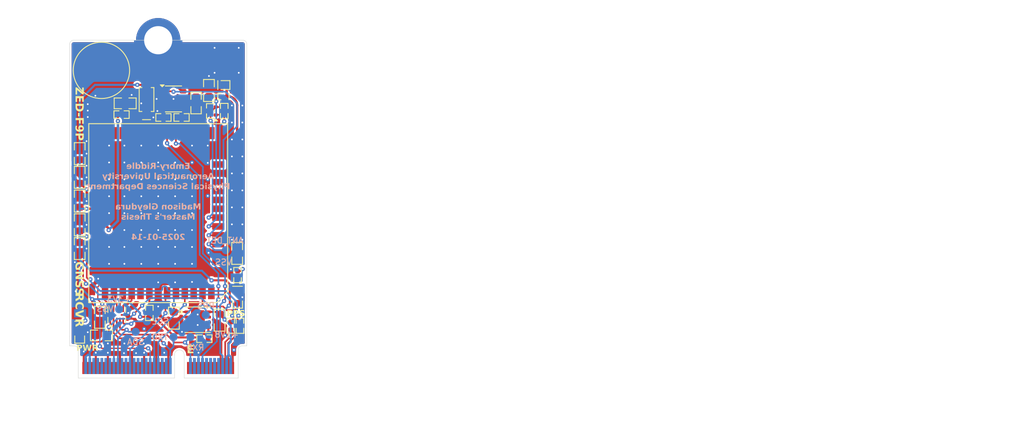
<source format=kicad_pcb>
(kicad_pcb (version 20241229) (generator "pcbnew") (generator_version "9.0")
  (title_block (title "U-bolx ZED-F9P M.2 E-Key") (date "2025-01-14") (comment 2 "PROTOTYPE") (comment 3 "2024"))
  (layers (0 "F.Cu" signal) (4 "In1.Cu" signal) (6 "In2.Cu" signal) (2 "B.Cu" signal) (13 "F.Paste" user) (15 "B.Paste" user) (5 "F.SilkS" user "F.Silkscreen") (7 "B.SilkS" user "B.Silkscreen") (1 "F.Mask" user) (3 "B.Mask" user) (25 "Edge.Cuts" user))
  (net 0 "")
  (net 1 "VSS")
  (net 2 "/ANT_IN")
  (net 3 "VBAT")
  (net 4 "+3V3")
  (net 5 "+1V8")
  (net 6 "/RF_IN")
  (net 7 "/ANT_SHORT_N")
  (net 8 "/HOST_D+")
  (net 9 "/HOST_D-")
  (net 10 "Net-(D2-Pad2)")
  (net 13 "/TX_RDY")
  (net 19 "/ZED_RXD_1V8")
  (net 25 "/SDA_1V8")
  (net 44 "/RESET_N")
  (net 45 "/PPS")
  (net 50 "/RTK_STAT")
  (net 52 "/ZED_TXD_1V8")
  (net 58 "/GEOFENCE_STAT")
  (net 59 "/SCL_1V8")
  (net 60 "/ANT_OFF")
  (net 61 "/ZED_D+")
  (net 62 "/ZED_D-")
  (net 63 "/ANT_DET")
  (net 65 "VCC_RF")
  (net 66 "Net-(Q1-Pad3)")
  (net 68 "/ZED_TXD_3V3")
  (net 69 "/SDA_3V3")
  (net 70 "Net-(U3-D_SEL)")
  (net 71 "Net-(U4-+)")
  (net 78 "/ZED_RXD_3V3")
  (net 88 "/SCL_3V3")
  (net 96 "Net-(U1-EN)")
  (net 100 "/EXTINT")
  (net 101 "Net-(JP2-Pad1)")
  (net 103 "Net-(D1-Pad2)")
  (net 104 "Net-(D4-Pad2)")
  (footprint "lib_fp:MLCC0603" (layer "F.Cu") (at 135.9 85.85)
    (property "Reference" "C9" (hide yes))
    (property "Value" "2.2uF" (hide yes))
  )
  (footprint "lib_fp:CRCW0402" (layer "F.Cu") (at 140.65 87.6 180)
    (property "Reference" "R12" (hide yes))
    (property "Value" "100K" (hide yes))
  )
  (footprint "lib_fp:SOT23-5P95_280X300X110L40X38N" (layer "F.Cu") (at 141.9 85.3 -90)
    (property "Reference" "U4" (hide yes))
    (property "Value" "OPA344" (hide yes))
  )
  (footprint "lib_fp:LTST-0603" (layer "F.Cu") (at 130.25 114.3 -90)
    (property "Reference" "D1" (hide yes))
    (property "Value" "LTST-C190KYKT" (hide yes))
  )
  (footprint "lib_fp:CRCW0402" (layer "F.Cu") (at 149 113.5 90)
    (property "Reference" "R9" (hide yes))
    (property "Value" "27R" (hide yes))
  )
  (footprint "lib_fp:MLCC0603" (layer "F.Cu") (at 147.625 112.8 -90)
    (property "Reference" "C1" (hide yes))
    (property "Value" "2.2uF" (hide yes))
  )
  (footprint "lib_fp:RUT0012A" (layer "F.Cu") (at 134.85 112.15 90)
    (property "Reference" "U2" (hide yes))
    (property "Value" "TXS0104VxRUTR" (hide yes))
  )
  (footprint "lib_fp:CRCW0402" (layer "F.Cu") (at 135.45 87.25 180)
    (property "Reference" "R4" (hide yes))
    (property "Value" "3K3" (hide yes))
  )
  (footprint "lib_fp:CRCW0402" (layer "F.Cu") (at 138.9 111.9 90)
    (property "Reference" "R11" (hide yes))
    (property "Value" "10K" (hide yes))
  )
  (footprint "lib_fp:MLCC0603" (layer "F.Cu") (at 130.25 98 90)
    (property "Reference" "C6" (hide yes))
    (property "Value" "100nF" (hide yes))
  )
  (footprint "lib_fp:MLCC0603" (layer "F.Cu") (at 130.25 92.1 90)
    (property "Reference" "C4" (hide yes))
    (property "Value" "1uF" (hide yes))
  )
  (footprint "lib_fp:M.2 E-Key" (layer "F.Cu") (at 140 120)
    (property "Reference" "J2" (hide yes))
    (property "Value" "M.2_E_Key_PCB_Edge" (hide yes))
    (fp_line (start -11 -4) (end -11 -5.2) (stroke (width 0.05)) (layer "Edge.Cuts"))
    (fp_line (start -11 -4) (end -10.425 -4) (stroke (width 0.05)) (layer "Edge.Cuts"))
    (fp_line (start -9.925 0) (end -9.925 -3.5) (stroke (width 0.05)) (layer "Edge.Cuts"))
    (fp_line (start 2.025 -2.9) (end 2.025 0) (stroke (width 0.05)) (layer "Edge.Cuts"))
    (fp_line (start 2.025 0) (end -9.925 0) (stroke (width 0.05)) (layer "Edge.Cuts"))
    (fp_line (start 3.225 -2.9) (end 3.225 0) (stroke (width 0.05)) (layer "Edge.Cuts"))
    (fp_line (start 9.925 0) (end 3.225 0) (stroke (width 0.05)) (layer "Edge.Cuts"))
    (fp_line (start 9.925 0) (end 9.925 -3.5) (stroke (width 0.05)) (layer "Edge.Cuts"))
    (fp_line (start 10.425 -4) (end 11 -4) (stroke (width 0.05)) (layer "Edge.Cuts"))
    (fp_line (start 11 -4) (end 11 -5.2) (stroke (width 0.05)) (layer "Edge.Cuts"))
    (fp_arc (start -10.425 -4) (mid -10.071447 -3.853553) (end -9.925 -3.5) (stroke (width 0.05)) (layer "Edge.Cuts"))
    (fp_arc (start 2.025 -2.9) (mid 2.625 -3.5) (end 3.225 -2.9) (stroke (width 0.05)) (layer "Edge.Cuts"))
    (fp_arc (start 9.925 -3.5) (mid 10.071447 -3.853553) (end 10.425 -4) (stroke (width 0.05)) (layer "Edge.Cuts"))
  )
  (footprint "lib_fp:LTST-0603" (layer "F.Cu") (at 149.85 109.95 -90)
    (property "Reference" "D4" (hide yes))
    (property "Value" "LTST-C190KRKT" (hide yes))
  )
  (footprint "lib_fp:ZED-F9P-04B_UBL" (layer "F.Cu") (at 140 99.5 180)
    (property "Reference" "U3" (hide yes))
    (property "Value" "ZED-F9P" (hide yes))
  )
  (footprint "lib_fp:CRCW0402" (layer "F.Cu") (at 148.2 86.8 -90)
    (property "Reference" "R8" (hide yes))
    (property "Value" "10K" (hide yes))
  )
  (footprint "lib_fp:MLCC0603" (layer "F.Cu") (at 130.25 103.9 -90)
    (property "Reference" "C8" (hide yes))
    (property "Value" "100nF" (hide yes))
  )
  (footprint "lib_fp:MLCC0603" (layer "F.Cu") (at 130.25 100.95 90)
    (property "Reference" "C7" (hide yes))
    (property "Value" "1uF" (hide yes))
  )
  (footprint "lib_fp:UDFN8P65_300X300X60L25X45L" (layer "F.Cu") (at 144.9 112.75)
    (property "Reference" "U1" (hide yes))
    (property "Value" "AP7361E" (hide yes))
  )
  (footprint "lib_fp:SOD123" (layer "F.Cu") (at 138.55 85.375 90)
    (property "Reference" "D2" (hide yes))
    (property "Value" "B0540WQ" (hide yes))
  )
  (footprint "lib_fp:MLCC0603" (layer "F.Cu") (at 130.25 95.05 90)
    (property "Reference" "C5" (hide yes))
    (property "Value" "100nF" (hide yes))
  )
  (footprint "lib_fp:CRCW0402" (layer "F.Cu") (at 149.85 107.2 -90)
    (property "Reference" "R6" (hide yes))
    (property "Value" "100R" (hide yes))
  )
  (footprint "lib_fp:CRCW0402" (layer "F.Cu") (at 145.735 115.1)
    (property "Reference" "R1" (hide yes))
    (property "Value" "10K" (hide yes))
  )
  (footprint "lib_fp:CRCW0603" (layer "F.Cu") (at 144.7 85.8 -90)
    (property "Reference" "R5" (hide yes))
    (property "Value" "10R" (hide yes))
  )
  (footprint "lib_fp:MLCC0603" (layer "F.Cu") (at 149.8 104.5 -90)
    (property "Reference" "C3" (hide yes))
    (property "Value" "47pF" (hide yes))
  )
  (footprint "lib_fp:SOD882" (layer "F.Cu") (at 148.15 83.575)
    (property "Reference" "D3" (hide yes))
    (property "Value" "PTVS4V5D1BLYL" (hide yes))
  )
  (footprint "lib_fp:L_0402" (layer "F.Cu") (at 148.1 85 180)
    (property "Reference" "L1" (hide yes))
    (property "Value" "47nH" (hide yes))
  )
  (footprint "lib_fp:SOT23-3P50_160X160X75L22X22N" (layer "F.Cu") (at 146.5 86.8 90)
    (property "Reference" "Q1" (hide yes))
    (property "Value" "DMG1013TQ-7" (hide yes))
  )
  (footprint "lib_fp:CRCW0402" (layer "F.Cu") (at 142.9 87.6 180)
    (property "Reference" "R10" (hide yes))
    (property "Value" "1K" (hide yes))
  )
  (footprint "lib_fp:CONMHF1" (layer "F.Cu") (at 148.5 80.5 180)
    (property "Reference" "AE1" (hide yes))
    (property "Value" "CONMHF1-SMD-T" (hide yes))
  )
  (footprint "lib_fp:M.2-Screw-Pad" (layer "F.Cu") (at 140 78)
    (property "Reference" "J1" (hide yes))
    (property "Value" "Standoff" (hide yes))
  )
  (footprint "lib_fp:MLCC0603" (layer "F.Cu") (at 141.95 112.55 -90)
    (property "Reference" "C2" (hide yes))
    (property "Value" "2.2uF" (hide yes))
  )
  (footprint "lib_fp:MLCC0603" (layer "F.Cu") (at 132.75 112.45 -90)
    (property "Reference" "C12" (hide yes))
    (property "Value" "100nF" (hide yes))
  )
  (footprint "lib_fp:MLCC0603" (layer "F.Cu") (at 132.95 114.7 180)
    (property "Reference" "C11" (hide yes))
    (property "Value" "100nF" (hide yes))
  )
  (footprint "lib_fp:CRCW0402" (layer "F.Cu") (at 150.15 113.5 90)
    (property "Reference" "R7" (hide yes))
    (property "Value" "27R" (hide yes))
  )
  (footprint "lib_fp:MLCC0603" (layer "F.Cu") (at 146.3 84.25 90)
    (property "Reference" "C10" (hide yes))
    (property "Value" "10nF" (hide yes))
  )
  (footprint "lib_fp:MS621FE-FL11E" (layer "F.Cu") (at 132.95 81.74875 -90)
    (property "Reference" "BT1" (hide yes))
    (property "Value" "MS621FE-FL11E" (hide yes))
  )
  (footprint "lib_fp:TP_1mm" (layer "B.Cu") (at 145.9 112.15 180)
    (property "Reference" "TP9" (hide yes))
    (property "Value" "PPS")
  )
  (footprint "lib_fp:SolderJumper-2_P1.3mm_Bridged_Pad1.0x1.5mm" (layer "B.Cu") (at 149.75 108.15 -90)
    (property "Reference" "JP2" (hide yes))
    (property "Value" "~" (hide yes))
  )
  (footprint "lib_fp:TP_1mm" (layer "B.Cu") (at 144 114.9 180)
    (property "Reference" "TP6" (hide yes))
    (property "Value" "RXD")
  )
  (footprint "lib_fp:TP_1mm" (layer "B.Cu") (at 137.2 114.25 180)
    (property "Reference" "TP5" (hide yes))
    (property "Value" "SDA")
  )
  (footprint "lib_fp:TP_1mm" (layer "B.Cu") (at 141.9 114.9 180)
    (property "Reference" "TP7" (hide yes))
    (property "Value" "TXD")
  )
  (footprint "lib_fp:TP_1mm" (layer "B.Cu") (at 146.3 114.6 180)
    (property "Reference" "TP2" (hide yes))
    (property "Value" "+1V8")
  )
  (footprint "lib_fp:SolderJumper-2_P1.3mm_Bridged_Pad1.0x1.5mm" (layer "B.Cu") (at 130.3 111.3 -90)
    (property "Reference" "JP1" (hide yes))
    (property "Value" "~" (hide yes))
  )
  (footprint "lib_fp:TP_1mm" (layer "B.Cu") (at 148.4 104.1 180)
    (property "Reference" "TP10" (hide yes))
    (property "Value" "ANT_DET")
  )
  (footprint "lib_fp:TP_1mm" (layer "B.Cu") (at 135.15 111.45 180)
    (property "Reference" "TP1" (hide yes))
    (property "Value" "+3V3")
  )
  (footprint "lib_fp:TP_1mm" (layer "B.Cu") (at 138.6 112.95 180)
    (property "Reference" "TP4" (hide yes))
    (property "Value" "SCL")
  )
  (footprint "lib_fp:TP_1mm" (layer "B.Cu") (at 133.55 112.55 180)
    (property "Reference" "TP3" (hide yes))
    (property "Value" "VSS")
  )
  (footprint "lib_fp:TP_1mm" (layer "B.Cu") (at 149.9 105.6 180)
    (property "Reference" "TP11" (hide yes))
    (property "Value" "VSS")
  )
  (gr_arc (start 148.7 85) (mid 149.477817 85.322183) (end 149.8 86.1) (stroke (width 0.296)) (layer "F.Cu") (net 2))
  (gr_arc (start 150.5 78) (mid 150.853553 78.146447) (end 151 78.5) (stroke (width 0.05)) (layer "Edge.Cuts"))
  (gr_line (start 129 78.5) (end 129 114.8) (stroke (width 0.05)) (layer "Edge.Cuts"))
  (gr_line (start 150.5 78) (end 129.5 78) (stroke (width 0.05)) (layer "Edge.Cuts"))
  (gr_arc (start 129 78.5) (mid 129.146447 78.146447) (end 129.5 78) (stroke (width 0.05)) (layer "Edge.Cuts"))
  (gr_line (start 151 114.8) (end 151 78.5) (stroke (width 0.05)) (layer "Edge.Cuts"))
  (gr_text "ZED-F9P" (at 130.15 90.5 270) (layer "F.SilkS") (effects (font (size 1 1) (thickness 0.2) (bold yes)) (justify right)))
  (gr_text "E" (at 144 116.5 0) (layer "F.SilkS") (effects (font (size 1 1) (thickness 0.2) (bold yes))))
  (gr_text "RCVR" (at 130.15 109.4 270) (layer "F.SilkS") (effects (font (size 1 1) (thickness 0.2) (bold yes)) (justify left)))
  (gr_text "PWR" (at 131.2 116.3 0) (layer "F.SilkS") (effects (font (size 0.75 0.75) (thickness 0.15) (bold yes))))
  (gr_text "GNSS" (at 130.15 105.5 270) (layer "F.SilkS") (effects (font (size 1 1) (thickness 0.18) (bold yes)) (justify left)))
  (gr_text "PPS" (at 149.65 112 0) (layer "F.SilkS") (effects (font (size 0.75 0.75) (thickness 0.15) (bold yes))))
  (gr_text "Embry-Riddle\nAeronautical University\nPhysical Sciences Department\n\nMadison Gleydura\nMaster's Thesis\n\n2025-01-14" (at 140 98.1 0) (layer "B.SilkS") (effects (font (size 0.75 0.75) (thickness 0.1875) (bold yes)) (justify mirror)))
  (segment (start 139.75 118.75) (end 139.75 117.05) (width 0.25) (layer "F.Cu") (net 1))
  (segment (start 133.75 118.75) (end 133.75 116.85) (width 0.25) (layer "F.Cu") (net 1))
  (segment (start 136.275 111.9) (end 136.025 112.15) (width 0.2) (layer "F.Cu") (net 1))
  (segment (start 135.25 118.75) (end 135.25 117.05) (width 0.25) (layer "F.Cu") (net 1))
  (segment (start 136.025 112.15) (end 135.7 112.15) (width 0.2) (layer "F.Cu") (net 1))
  (segment (start 138.25 118.75) (end 138.25 116.85) (width 0.25) (layer "F.Cu") (net 1))
  (segment (start 149.25 118.75) (end 149.25 117.05) (width 0.25) (layer "F.Cu") (net 1))
  (segment (start 130.75 116.7) (end 130.75 118.75) (width 0.25) (layer "F.Cu") (net 1))
  (segment (start 147.75 118.75) (end 147.75 117.05) (width 0.25) (layer "F.Cu") (net 1))
  (segment (start 132.25 116.85) (end 132.25 118.75) (width 0.25) (layer "F.Cu") (net 1))
  (segment (start 141.25 117.047264) (end 141.25 118.75) (width 0.25) (layer "F.Cu") (net 1))
  (segment (start 136.75 117.05) (end 136.75 118.75) (width 0.25) (layer "F.Cu") (net 1))
  (via (at 140 97.4) (size 0.5275) (drill 0.215) (layers "F.Cu" "B.Cu") (net 1))
  (via (at 146.15 91.1) (size 0.5275) (drill 0.215) (layers "F.Cu" "B.Cu") (net 1))
  (via (at 149.15 90.34) (size 0.5275) (drill 0.215) (layers "F.Cu" "B.Cu") (net 1))
  (via (at 131.1 103.9) (size 0.5275) (drill 0.215) (layers "F.Cu" "B.Cu") (net 1))
  (via (at 142.1 97.4) (size 0.5275) (drill 0.215) (layers "F.Cu" "B.Cu") (net 1))
  (via (at 133.9 95.3) (size 0.5275) (drill 0.215) (layers "F.Cu" "B.Cu") (net 1))
  (via (at 135.8 95.3) (size 0.5275) (drill 0.215) (layers "F.Cu" "B.Cu") (net 1))
  (via (at 138.25 116.85) (size 0.5275) (drill 0.215) (layers "F.Cu" "B.Cu") (net 1))
  (via (at 135.8 103.7) (size 0.5275) (drill 0.215) (layers "F.Cu" "B.Cu") (net 1))
  (via (at 144.2 99.5) (size 0.5275) (drill 0.215) (layers "F.Cu" "B.Cu") (net 1))
  (via (at 140 91.1) (size 0.5275) (drill 0.215) (layers "F.Cu" "B.Cu") (net 1))
  (via (at 147 82.05) (size 0.5275) (drill 0.215) (layers "F.Cu" "B.Cu") (net 1))
  (via (at 129.65 105.6) (size 0.5275) (drill 0.215) (layers "F.Cu" "B.Cu") (net 1))
  (via (at 133.75 116.85) (size 0.5275) (drill 0.215) (layers "F.Cu" "B.Cu") (net 1))
  (via (at 150 82.05) (size 0.5275) (drill 0.215) (layers "F.Cu" "B.Cu") (net 1))
  (via (at 137.9 101.6) (size 0.5275) (drill 0.215) (layers "F.Cu" "B.Cu") (net 1))
  (via (at 150.45 109.95) (size 0.5275) (drill 0.215) (layers "F.Cu" "B.Cu") (net 1))
  (via (at 139.4 87.6) (size 0.5275) (drill 0.215) (layers "F.Cu" "B.Cu") (net 1))
  (via (at 146.3 82.45) (size 0.5275) (drill 0.215) (layers "F.Cu" "B.Cu") (net 1))
  (via (at 149.15 102.8) (size 0.5275) (drill 0.215) (layers "F.Cu" "B.Cu") (net 1))
  (via (at 144.9 113.4) (size 0.5275) (drill 0.215) (layers "F.Cu" "B.Cu") (net 1))
  (via (at 129.75 109.2) (size 0.5275) (drill 0.215) (layers "F.Cu" "B.Cu") (net 1))
  (via (at 142.1 95.3) (size 0.5275) (drill 0.215) (layers "F.Cu" "B.Cu") (net 1))
  (via (at 135.8 99.5) (size 0.5275) (drill 0.215) (layers "F.Cu" "B.Cu") (net 1))
  (via (at 150.45 98.78) (size 0.5275) (drill 0.215) (layers "F.Cu" "B.Cu") (net 1))
  (via (at 132.2 84.9) (size 0.5275) (drill 0.215) (layers "F.Cu" "B.Cu") (net 1))
  (via (at 144.2 95.3) (size 0.5275) (drill 0.215) (layers "F.Cu" "B.Cu") (net 1))
  (via (at 137.9 105.8) (size 0.5275) (drill 0.215) (layers "F.Cu" "B.Cu") (net 1))
  (via (at 138.25 113.875) (size 0.5275) (drill 0.215) (layers "F.Cu" "B.Cu") (net 1))
  (via (at 137.9 93.2) (size 0.5275) (drill 0.215) (layers "F.Cu" "B.Cu") (net 1))
  (via (at 149.15 88.23) (size 0.5275) (drill 0.215) (layers "F.Cu" "B.Cu") (net 1))
  (via (at 131.1 98) (size 0.5275) (drill 0.215) (layers "F.Cu" "B.Cu") (net 1))
  (via (at 135.8 101.6) (size 0.5275) (drill 0.215) (layers "F.Cu" "B.Cu") (net 1))
  (via (at 150.45 88.23) (size 0.5275) (drill 0.215) (layers "F.Cu" "B.Cu") (net 1))
  (via (at 138.2 115.7) (size 0.5275) (drill 0.215) (layers "F.Cu" "B.Cu") (net 1))
  (via (at 131.1 100.95) (size 0.5275) (drill 0.215) (layers "F.Cu" "B.Cu") (net 1))
  (via (at 142.1 105.8) (size 0.5275) (drill 0.215) (layers "F.Cu" "B.Cu") (net 1))
  (via (at 131.1 95.05) (size 0.5275) (drill 0.215) (layers "F.Cu" "B.Cu") (net 1))
  (via (at 131.1 93.6) (size 0.5275) (drill 0.215) (layers "F.Cu" "B.Cu") (net 1))
  (via (at 133.9 103.7) (size 0.5275) (drill 0.215) (layers "F.Cu" "B.Cu") (net 1))
  (via (at 137.9 99.5) (size 0.5275) (drill 0.215) (layers "F.Cu" "B.Cu") (net 1))
  (via (at 133.75 115.7) (size 0.5275) (drill 0.215) (layers "F.Cu" "B.Cu") (net 1))
  (via (at 150.45 86.12) (size 0.5275) (drill 0.215) (layers "F.Cu" "B.Cu") (net 1))
  (via (at 137.9 97.4) (size 0.5275) (drill 0.215) (layers "F.Cu" "B.Cu") (net 1))
  (via (at 136.275 111.9) (size 0.5275) (drill 0.215) (layers "F.Cu" "B.Cu") (net 1))
  (via (at 137.9 85.85) (size 0.5275) (drill 0.215) (layers "F.Cu" "B.Cu") (net 1))
  (via (at 147 78.95) (size 0.5275) (drill 0.215) (layers "F.Cu" "B.Cu") (net 1))
  (via (at 137.9 103.7) (size 0.5275) (drill 0.215) (layers "F.Cu" "B.Cu") (net 1))
  (via (at 132.25 116.85) (size 0.5275) (drill 0.215) (layers "F.Cu" "B.Cu") (net 1))
  (via (at 146.15 95.3) (size 0.5275) (drill 0.215) (layers "F.Cu" "B.Cu") (net 1))
  (via (at 146.15 97.35) (size 0.5275) (drill 0.215) (layers "F.Cu" "B.Cu") (net 1))
  (via (at 130.75 116.7) (size 0.5275) (drill 0.215) (layers "F.Cu" "B.Cu") (net 1))
  (via (at 149.025 106.475) (size 0.5275) (drill 0.215) (layers "F.Cu" "B.Cu") (net 1))
  (via (at 145 116.85) (size 0.5275) (drill 0.215) (layers "F.Cu" "B.Cu") (net 1))
  (via (at 140 105.8) (size 0.5275) (drill 0.215) (layers "F.Cu" "B.Cu") (net 1))
  (via (at 149.4 116.5) (size 0.5275) (drill 0.215) (layers "F.Cu" "B.Cu") (net 1))
  (via (at 146.25 104.425) (size 0.5275) (drill 0.215) (layers "F.Cu" "B.Cu") (net 1))
  (via (at 150 78.95) (size 0.5275) (drill 0.215) (layers "F.Cu" "B.Cu") (net 1))
  (via (at 140 111.1) (size 0.5275) (drill 0.215) (layers "F.Cu" "B.Cu") (net 1))
  (via (at 149.15 92.45) (size 0.5275) (drill 0.215) (layers "F.Cu" "B.Cu") (net 1))
  (via (at 144.2 97.4) (size 0.5275) (drill 0.215) (layers "F.Cu" "B.Cu") (net 1))
  (via (at 135.75 116.9) (size 0.5275) (drill 0.215) (layers "F.Cu" "B.Cu") (net 1))
  (via (at 144.2 108.05) (size 0.5275) (drill 0.215) (layers "F.Cu" "B.Cu") (net 1))
  (via (at 149.15 96.67) (size 0.5275) (drill 0.215) (layers "F.Cu" "B.Cu") (net 1))
  (via (at 131.25 86.75) (size 0.5275) (drill 0.215) (layers "F.Cu" "B.Cu") (net 1))
  (via (at 133.9 91.1) (size 0.5275) (drill 0.215) (layers "F.Cu" "B.Cu") (net 1))
  (via (at 144.2 103.7) (size 0.5275) (drill 0.215) (layers "F.Cu" "B.Cu") (net 1))
  (via (at 142.1 108.1) (size 0.5275) (drill 0.215) (layers "F.Cu" "B.Cu") (net 1))
  (via (at 135.8 115.7) (size 0.5275) (drill 0.215) (layers "F.Cu" "B.Cu") (net 1))
  (via (at 150.45 100.89) (size 0.5275) (drill 0.215) (layers "F.Cu" "B.Cu") (net 1))
  (via (at 133.9 99.5) (size 0.5275) (drill 0.215) (layers "F.Cu" "B.Cu") (net 1))
  (via (at 149.15 100.89) (size 0.5275) (drill 0.215) (layers "F.Cu" "B.Cu") (net 1))
  (via (at 131.25 87.55) (size 0.5275) (drill 0.215) (layers "F.Cu" "B.Cu") (net 1))
  (via (at 144.2 105.8) (size 0.5275) (drill 0.215) (layers "F.Cu" "B.Cu") (net 1))
  (via (at 144.9 112.1) (size 0.5275) (drill 0.215) (layers "F.Cu" "B.Cu") (net 1))
  (via (at 131.1 92.1) (size 0.5275) (drill 0.215) (layers "F.Cu" "B.Cu") (net 1))
  (via (at 131.55 113.5) (size 0.5275) (drill 0.215) (layers "F.Cu" "B.Cu") (net 1))
  (via (at 137.9 91.1) (size 0.5275) (drill 0.215) (layers "F.Cu" "B.Cu") (net 1))
  (via (at 149.15 86.12) (size 0.5275) (drill 0.215) (layers "F.Cu" "B.Cu") (net 1))
  (via (at 135.8 93.2) (size 0.5275) (drill 0.215) (layers "F.Cu" "B.Cu") (net 1))
  (via (at 140 103.7) (size 0.5275) (drill 0.215) (layers "F.Cu" "B.Cu") (net 1))
  (via (at 149.15 98.78) (size 0.5275) (drill 0.215) (layers "F.Cu" "B.Cu") (net 1))
  (via (at 141.9 85.3) (size 0.5275) (drill 0.215) (layers "F.Cu" "B.Cu") (net 1))
  (via (at 150.45 92.45) (size 0.5275) (drill 0.215) (layers "F.Cu" "B.Cu") (net 1))
  (via (at 148.3 114.7) (size 0.5275) (drill 0.215) (layers "F.Cu" "B.Cu") (net 1))
  (via (at 135.8 105.8) (size 0.5275) (drill 0.215) (layers "F.Cu" "B.Cu") (net 1))
  (via (at 140 93.2) (size 0.5275) (drill 0.215) (layers "F.Cu" "B.Cu") (net 1))
  (via (at 135.8 91.1) (size 0.5275) (drill 0.215) (layers "F.Cu" "B.Cu") (net 1))
  (via (at 131.1 90.55) (size 0.5275) (drill 0.215) (layers "F.Cu" "B.Cu") (net 1))
  (via (at 142.1 103.7) (size 0.5275) (drill 0.215) (layers "F.Cu" "B.Cu") (net 1))
  (via (at 133.9 97.4) (size 0.5275) (drill 0.215) (layers "F.Cu" "B.Cu") (net 1))
  (via (at 142.1 93.2) (size 0.5275) (drill 0.215) (layers "F.Cu" "B.Cu") (net 1))
  (via (at 132.55 107.65) (size 0.5275) (drill 0.215) (layers "F.Cu" "B.Cu") (net 1))
  (via (at 140 99.5) (size 0.5275) (drill 0.215) (layers "F.Cu" "B.Cu") (net 1))
  (via (at 137.9 95.3) (size 0.5275) (drill 0.215) (layers "F.Cu" "B.Cu") (net 1))
  (via (at 142.95 114.25) (size 0.5275) (drill 0.215) (layers "F.Cu" "B.Cu") (net 1))
  (via (at 140.75 116.85) (size 0.5275) (drill 0.215) (layers "F.Cu" "B.Cu") (net 1))
  (via (at 150.45 94.56) (size 0.5275) (drill 0.215) (layers "F.Cu" "B.Cu") (net 1))
  (via (at 142.1 99.5) (size 0.5275) (drill 0.215) (layers "F.Cu" "B.Cu") (net 1))
  (via (at 146.15 93.25) (size 0.5275) (drill 0.215) (layers "F.Cu" "B.Cu") (net 1))
  (via (at 133.9 93.2) (size 0.5275) (drill 0.215) (layers "F.Cu" "B.Cu") (net 1))
  (via (at 142.1 101.6) (size 0.5275) (drill 0.215) (layers "F.Cu" "B.Cu") (net 1))
  (via (at 131.25 85.95) (size 0.5275) (drill 0.215) (layers "F.Cu" "B.Cu") (net 1))
  (via (at 133.9 105.8) (size 0.5275) (drill 0.215) (layers "F.Cu" "B.Cu") (net 1))
  (via (at 144.2 101.6) (size 0.5275) (drill 0.215) (layers "F.Cu" "B.Cu") (net 1))
  (via (at 139.9 86.8) (size 0.5275) (drill 0.215) (layers "F.Cu" "B.Cu") (net 1))
  (via (at 135.8 97.4) (size 0.5275) (drill 0.215) (layers "F.Cu" "B.Cu") (net 1))
  (via (at 144.2 93.2) (size 0.5275) (drill 0.215) (layers "F.Cu" "B.Cu") (net 1))
  (via (at 150.45 96.67) (size 0.5275) (drill 0.215) (layers "F.Cu" "B.Cu") (net 1))
  (via (at 137.25 116.9) (size 0.5275) (drill 0.215) (layers "F.Cu" "B.Cu") (net 1))
  (via (at 131.25 114.3) (size 0.5275) (drill 0.215) (layers "F.Cu" "B.Cu") (net 1))
  (via (at 140 101.6) (size 0.5275) (drill 0.215) (layers "F.Cu" "B.Cu") (net 1))
  (via (at 150.45 102.8) (size 0.5275) (drill 0.215) (layers "F.Cu" "B.Cu") (net 1))
  (via (at 136.7 84.8) (size 0.5275) (drill 0.215) (layers "F.Cu" "B.Cu") (net 1))
  (via (at 139.8 85.3) (size 0.5275) (drill 0.215) (layers "F.Cu" "B.Cu") (net 1))
  (via (at 144.2 91.1) (size 0.5275) (drill 0.215) (layers "F.Cu" "B.Cu") (net 1))
  (via (at 150.45 90.34) (size 0.5275) (drill 0.215) (layers "F.Cu" "B.Cu") (net 1))
  (via (at 140 108.1) (size 0.5275) (drill 0.215) (layers "F.Cu" "B.Cu") (net 1))
  (via (at 149.15 94.56) (size 0.5275) (drill 0.215) (layers "F.Cu" "B.Cu") (net 1))
  (via (at 140 95.3) (size 0.5275) (drill 0.215) (layers "F.Cu" "B.Cu") (net 1))
  (segment (start 130.3 110.65) (end 129.75 110.65) (width 0.2) (layer "B.Cu") (net 1))
  (segment (start 145 116.85) (end 145 118.5) (width 0.25) (layer "B.Cu") (net 1))
  (segment (start 129.75 110.65) (end 129.75 109.2) (width 0.2) (layer "B.Cu") (net 1))
  (segment (start 149.225 109.1) (end 149.8 109.1) (width 0.15) (layer "B.Cu") (net 1))
  (segment (start 148.5 83.6) (end 148.5 82.025) (width 0.296) (layer "F.Cu") (net 2))
  (segment (start 148.7 85) (end 148.5 85) (width 0.2565) (layer "F.Cu") (net 2))
  (segment (start 149.8 103.75) (end 149.8 86.1) (width 0.296) (layer "F.Cu") (net 2))
  (segment (start 148.5 85) (end 148.5 83.6) (width 0.296) (layer "F.Cu") (net 2))
  (segment (start 134.985 88.035) (end 134.985 87.25) (width 0.3) (layer "F.Cu") (net 3))
  (segment (start 133.7 87.25) (end 134.985 87.25) (width 0.3) (layer "F.Cu") (net 3))
  (segment (start 134.985 87.25) (end 134.985 86.015) (width 0.3) (layer "F.Cu") (net 3))
  (segment (start 134.985 86.015) (end 135.15 85.85) (width 0.3) (layer "F.Cu") (net 3))
  (segment (start 133.85 101.4) (end 133.85 101.6) (width 0.3) (layer "F.Cu") (net 3))
  (segment (start 135 88.05) (end 134.985 88.035) (width 0.3) (layer "F.Cu") (net 3))
  (segment (start 133.599999 101.149999) (end 133.85 101.4) (width 0.3) (layer "F.Cu") (net 3))
  (segment (start 133.7 86.74875) (end 133.7 87.25) (width 0.3) (layer "F.Cu") (net 3))
  (segment (start 132.55 101.149999) (end 133.599999 101.149999) (width 0.3) (layer "F.Cu") (net 3))
  (via (at 133.85 101.6) (size 0.5275) (drill 0.215) (layers "F.Cu" "B.Cu") (net 3))
  (via (at 135 88.05) (size 0.5275) (drill 0.215) (layers "F.Cu" "B.Cu") (net 3))
  (segment (start 135 100.45) (end 133.85 101.6) (width 0.3) (layer "B.Cu") (net 3))
  (segment (start 135 88.05) (end 135 100.45) (width 0.3) (layer "B.Cu") (net 3))
  (segment (start 130.25 102.4) (end 130.25 103.15) (width 0.3) (layer "F.Cu") (net 4))
  (segment (start 138.55 83.595) (end 142.195 83.595) (width 0.3) (layer "F.Cu") (net 4))
  (segment (start 130.25 102.4) (end 131.1 102.4) (width 0.3) (layer "F.Cu") (net 4))
  (segment (start 147.625 112.05) (end 147.625 112.1) (width 0.25) (layer "F.Cu") (net 4))
  (segment (start 148.88875 110.88625) (end 148.88875 108.331131) (width 0.25) (layer "F.Cu") (net 4))
  (segment (start 138.505 83.55) (end 138.55 83.595) (width 0.25) (layer "F.Cu") (net 4))
  (segment (start 138.9 112.39) (end 139.54 112.39) (width 0.25) (layer "F.Cu") (net 4))
  (segment (start 147.625 112.1) (end 148.25 112.725) (width 0.25) (layer "F.Cu") (net 4))
  (segment (start 130.35 95.8) (end 130.25 95.8) (width 0.3) (layer "F.Cu") (net 4))
  (segment (start 147.65 112.05) (end 147.625 112.05) (width 0.25) (layer "F.Cu") (net 4))
  (segment (start 131.1 96.55) (end 131.1 96.95) (width 0.3) (layer "F.Cu") (net 4))
  (segment (start 142.95 84.35) (end 143.1 84.35) (width 0.3) (layer "F.Cu") (net 4))
  (segment (start 147.35 111.775) (end 146.225 111.775) (width 0.25) (layer "F.Cu") (net 4))
  (segment (start 132.000001 97.850001) (end 132.55 97.850001) (width 0.3) (layer "F.Cu") (net 4))
  (segment (start 130.25 101.7) (end 130.25 102.4) (width 0.3) (layer "F.Cu") (net 4))
  (segment (start 129.4 94.95) (end 130.25 95.8) (width 0.3) (layer "F.Cu") (net 4))
  (segment (start 131.1 96.55) (end 130.35 95.8) (width 0.3) (layer "F.Cu") (net 4))
  (segment (start 134.05 111.7) (end 132.75 111.7) (width 0.2) (layer "F.Cu") (net 4))
  (segment (start 137.75 112.38625) (end 137.75375 112.39) (width 0.25) (layer "F.Cu") (net 4))
  (segment (start 145.095 114.95) (end 145.245 115.1) (width 0.25) (layer "F.Cu") (net 4))
  (segment (start 142.195 83.595) (end 142.95 84.35) (width 0.3) (layer "F.Cu") (net 4))
  (segment (start 131.1 96.95) (end 132.000001 97.850001) (width 0.3) (layer "F.Cu") (net 4))
  (segment (start 148.88875 108.331131) (end 148.407619 107.85) (width 0.25) (layer "F.Cu") (net 4))
  (segment (start 148.259727 112.725) (end 148.259727 112.659727) (width 0.25) (layer "F.Cu") (net 4))
  (segment (start 131.3 103.15) (end 130.25 103.15) (width 0.3) (layer "F.Cu") (net 4))
  (segment (start 132.55 103.35) (end 131.5 103.35) (width 0.3) (layer "F.Cu") (net 4))
  (segment (start 131.5 103.35) (end 131.3 103.15) (width 0.3) (layer "F.Cu") (net 4))
  (segment (start 139.54 112.39) (end 142.1 114.95) (width 0.25) (layer "F.Cu") (net 4))
  (segment (start 147.625 112.05) (end 147.35 111.775) (width 0.25) (layer "F.Cu") (net 4))
  (segment (start 132.55 98.950001) (end 130.450001 98.950001) (width 0.3) (layer "F.Cu") (net 4))
  (segment (start 142.1 114.95) (end 145.095 114.95) (width 0.25) (layer "F.Cu") (net 4))
  (segment (start 138.49 83.535) (end 138.55 83.595) (width 0.2) (layer "F.Cu") (net 4))
  (segment (start 148.775 111) (end 148.88875 110.88625) (width 0.25) (layer "F.Cu") (net 4))
  (segment (start 148.407619 107.85) (end 146.625 107.85) (width 0.25) (layer "F.Cu") (net 4))
  (segment (start 130.450001 98.950001) (end 130.25 98.75) (width 0.3) (layer "F.Cu") (net 4))
  (segment (start 131.8 110.2) (end 131.8 110.75) (width 0.25) (layer "F.Cu") (net 4))
  (segment (start 137.75375 112.39) (end 138.9 112.39) (width 0.25) (layer "F.Cu") (net 4))
  (segment (start 137.4 83.55) (end 138.505 83.55) (width 0.25) (layer "F.Cu") (net 4))
  (segment (start 131.8 110.75) (end 132.75 111.7) (width 0.25) (layer "F.Cu") (net 4))
  (segment (start 130.25 92.85) (end 129.4 93.7) (width 0.3) (layer "F.Cu") (net 4))
  (segment (start 129.4 93.7) (end 129.4 94.95) (width 0.3) (layer "F.Cu") (net 4))
  (via (at 137.75 112.38625) (size 0.5275) (drill 0.215) (layers "F.Cu" "B.Cu") (net 4))
  (via (at 148.25 112.725) (size 0.5275) (drill 0.215) (layers "F.Cu" "B.Cu") (net 4))
  (via (at 146.625 107.85) (size 0.5275) (drill 0.215) (layers "F.Cu" "B.Cu") (net 4))
  (via (at 131.1 98.95) (size 0.5275) (drill 0.215) (layers "F.Cu" "B.Cu") (net 4))
  (via (at 137.4 83.55) (size 0.5275) (drill 0.215) (layers "F.Cu" "B.Cu") (net 4))
  (via (at 131.1 96.55) (size 0.5275) (drill 0.215) (layers "F.Cu" "B.Cu") (net 4))
  (via (at 131.1 102.4) (size 0.5275) (drill 0.215) (layers "F.Cu" "B.Cu") (net 4))
  (via (at 131.8 110.2) (size 0.5275) (drill 0.215) (layers "F.Cu" "B.Cu") (net 4))
  (via (at 148.775 111) (size 0.5275) (drill 0.215) (layers "F.Cu" "B.Cu") (net 4))
  (segment (start 130.25 85.45) (end 130.25 105.3) (width 0.25) (layer "B.Cu") (net 4))
  (segment (start 131.1 102.4) (end 130.25 102.4) (width 0.25) (layer "B.Cu") (net 4))
  (segment (start 132.15 110.55) (end 132.15 116.117381) (width 0.25) (layer "B.Cu") (net 4))
  (segment (start 137.4 83.55) (end 132.15 83.55) (width 0.25) (layer "B.Cu") (net 4))
  (segment (start 148.25 111.525) (end 148.25 112.725) (width 0.25) (layer "B.Cu") (net 4))
  (segment (start 132.15 116.117381) (end 131.5 116.767381) (width 0.25) (layer "B.Cu") (net 4))
  (segment (start 148.775 111) (end 148.25 111.525) (width 0.25) (layer "B.Cu") (net 4))
  (segment (start 130.25 105.3) (end 131.607003 106.657003) (width 0.25) (layer "B.Cu") (net 4))
  (segment (start 135.15 111.45) (end 135.15 110.325) (width 0.2) (layer "B.Cu") (net 4))
  (segment (start 131.1 98.950001) (end 130.25 98.950001) (width 0.25) (layer "B.Cu") (net 4))
  (segment (start 145.432003 106.657003) (end 131.667665 106.657003) (width 0.25) (layer "B.Cu") (net 4))
  (segment (start 131.8 110.2) (end 135.025 110.2) (width 0.25) (layer "B.Cu") (net 4))
  (segment (start 131.25 117.1) (end 131.5 117.1) (width 0.25) (layer "B.Cu") (net 4))
  (segment (start 135.025 110.2) (end 135.15 110.325) (width 0.25) (layer "B.Cu") (net 4))
  (segment (start 149 113.475) (end 148.25 112.725) (width 0.25) (layer "B.Cu") (net 4))
  (segment (start 131.8 110.2) (end 130.25 108.65) (width 0.25) (layer "B.Cu") (net 4))
  (segment (start 149 117.35) (end 149 118.5) (width 0.25) (layer "B.Cu") (net 4))
  (segment (start 136.157619 110.325) (end 135.15 110.325) (width 0.25) (layer "B.Cu") (net 4))
  (segment (start 130.25 108.65) (end 130.25 106.5) (width 0.25) (layer "B.Cu") (net 4))
  (segment (start 137.75 112.38625) (end 137.75 111.917381) (width 0.25) (layer "B.Cu") (net 4))
  (segment (start 148.75 115.75) (end 149 115.5) (width 0.25) (layer "B.Cu") (net 4))
  (segment (start 148.5 118.5) (end 148.5 117.35) (width 0.25) (layer "B.Cu") (net 4))
  (segment (start 131.8 110.2) (end 132.15 110.55) (width 0.25) (layer "B.Cu") (net 4))
  (segment (start 131.5 116.767381) (end 131.5 118.5) (width 0.25) (layer "B.Cu") (net 4))
  (segment (start 131 118.5) (end 131 117.35) (width 0.25) (layer "B.Cu") (net 4))
  (segment (start 131.1 96.55) (end 130.25 96.55) (width 0.25) (layer "B.Cu") (net 4))
  (segment (start 137.75 111.917381) (end 136.157619 110.325) (width 0.25) (layer "B.Cu") (net 4))
  (segment (start 148.75 117.1) (end 149 117.35) (width 0.25) (layer "B.Cu") (net 4))
  (segment (start 130.25 106.5) (end 130.85 105.9) (width 0.25) (layer "B.Cu") (net 4))
  (segment (start 146.625 107.85) (end 145.432003 106.657003) (width 0.25) (layer "B.Cu") (net 4))
  (segment (start 131 117.35) (end 131.25 117.1) (width 0.25) (layer "B.Cu") (net 4))
  (segment (start 131.607003 106.657003) (end 131.65 106.657003) (width 0.25) (layer "B.Cu") (net 4))
  (segment (start 149 115.5) (end 149 113.475) (width 0.25) (layer "B.Cu") (net 4))
  (segment (start 148.5 117.35) (end 148.75 117.1) (width 0.25) (layer "B.Cu") (net 4))
  (segment (start 148.75 117.1) (end 148.75 115.75) (width 0.25) (layer "B.Cu") (net 4))
  (segment (start 132.15 83.55) (end 130.25 85.45) (width 0.25) (layer "B.Cu") (net 4))
  (segment (start 133.875 113.65) (end 133.875 114.525) (width 0.2) (layer "F.Cu") (net 5))
  (segment (start 134.05 112.85) (end 134.05 112.2) (width 0.2) (layer "F.Cu") (net 5))
  (segment (start 133.875 113.65) (end 134.05 113.475) (width 0.2) (layer "F.Cu") (net 5))
  (segment (start 132.91375 115.48625) (end 130.68625 115.48625) (width 0.2) (layer "F.Cu") (net 5))
  (segment (start 133.45 114.7) (end 133.5 114.7) (width 0.2) (layer "F.Cu") (net 5))
  (segment (start 133.7 114.7) (end 132.91375 115.48625) (width 0.2) (layer "F.Cu") (net 5))
  (segment (start 141.95 110.875) (end 141.95 111.8) (width 0.2) (layer "F.Cu") (net 5))
  (segment (start 130.68625 115.48625) (end 130.25 115.05) (width 0.2) (layer "F.Cu") (net 5))
  (segment (start 134.05 112.2) (end 134 112.15) (width 0.2) (layer "F.Cu") (net 5))
  (segment (start 133.875 114.525) (end 133.7 114.7) (width 0.2) (layer "F.Cu") (net 5))
  (segment (start 138 111) (end 137 112) (width 0.2) (layer "F.Cu") (net 5))
  (segment (start 141.975 111.775) (end 141.95 111.8) (width 0.2) (layer "F.Cu") (net 5))
  (segment (start 143.575 111.775) (end 141.975 111.775) (width 0.2) (layer "F.Cu") (net 5))
  (segment (start 134.05 113.475) (end 134.05 112.85) (width 0.2) (layer "F.Cu") (net 5))
  (via (at 133.875 113.65) (size 0.5275) (drill 0.215) (layers "F.Cu" "B.Cu") (net 5))
  (via (at 138 111) (size 0.5275) (drill 0.215) (layers "F.Cu" "B.Cu") (net 5))
  (via (at 141.95 110.875) (size 0.5275) (drill 0.215) (layers "F.Cu" "B.Cu") (net 5))
  (via (at 137 112) (size 0.5275) (drill 0.215) (layers "F.Cu" "B.Cu") (net 5))
  (segment (start 146.3 114.6) (end 146.840032 114.059968) (width 0.2) (layer "B.Cu") (net 5))
  (segment (start 141.95 110.875) (end 141.95 110.05) (width 0.2) (layer "B.Cu") (net 5))
  (segment (start 146.840032 114.059968) (end 146.840032 111.540032) (width 0.2) (layer "B.Cu") (net 5))
  (segment (start 138.95 110.05) (end 138 111) (width 0.2) (layer "B.Cu") (net 5))
  (segment (start 133.875 113.65) (end 134.9 112.625) (width 0.2) (layer "B.Cu") (net 5))
  (segment (start 145.35 110.05) (end 138.95 110.05) (width 0.2) (layer "B.Cu") (net 5))
  (segment (start 134.9 112.625) (end 136.372263 112.625) (width 0.2) (layer "B.Cu") (net 5))
  (segment (start 146.840032 111.540032) (end 145.35 110.05) (width 0.2) (layer "B.Cu") (net 5))
  (segment (start 136.997263 112) (end 137 112) (width 0.2) (layer "B.Cu") (net 5))
  (segment (start 136.372263 112.625) (end 136.997263 112) (width 0.2) (layer "B.Cu") (net 5))
  (segment (start 149.499999 105.550001) (end 149.8 105.25) (width 0.296) (layer "F.Cu") (net 6))
  (segment (start 147.45 105.550001) (end 149.499999 105.550001) (width 0.296) (layer "F.Cu") (net 6))
  (segment (start 146.275 101.15) (end 146.275001 101.149999) (width 0.2) (layer "F.Cu") (net 7))
  (segment (start 146.3 85) (end 144.745 85) (width 0.2) (layer "F.Cu") (net 7))
  (segment (start 146.275001 101.149999) (end 147.45 101.149999) (width 0.2) (layer "F.Cu") (net 7))
  (segment (start 144.7 85.045) (end 144.555 85.045) (width 0.2) (layer "F.Cu") (net 7))
  (segment (start 143.35 86.25) (end 143.1 86.25) (width 0.2) (layer "F.Cu") (net 7))
  (segment (start 147.7 85) (end 147.2 85) (width 0.2) (layer "F.Cu") (net 7))
  (segment (start 147.2 85) (end 147.2 85.6) (width 0.2) (layer "F.Cu") (net 7))
  (segment (start 144.555 85.045) (end 143.35 86.25) (width 0.2) (layer "F.Cu") (net 7))
  (segment (start 147.2 85) (end 146.3 85) (width 0.2) (layer "F.Cu") (net 7))
  (segment (start 144.745 85) (end 144.7 85.045) (width 0.2) (layer "F.Cu") (net 7))
  (via (at 146.275 101.15) (size 0.5275) (drill 0.215) (layers "F.Cu" "B.Cu") (net 7))
  (via (at 147.2 85.6) (size 0.5275) (drill 0.215) (layers "F.Cu" "B.Cu") (net 7))
  (segment (start 147.2 100.225) (end 147.2 85.6) (width 0.2) (layer "B.Cu") (net 7))
  (segment (start 146.275 101.15) (end 147.2 100.225) (width 0.2) (layer "B.Cu") (net 7))
  (segment (start 150.15 114.005) (end 150.15 113.99) (width 0.2362) (layer "F.Cu") (net 8))
  (segment (start 149.7556 114.599808) (end 149.7556 114.3994) (width 0.208) (layer "F.Cu") (net 8))
  (segment (start 148.6806 117.555599) (end 148.6806 115.674808) (width 0.208) (layer "F.Cu") (net 8))
  (segment (start 148.6806 115.674808) (end 149.7556 114.599808) (width 0.208) (layer "F.Cu") (net 8))
  (segment (start 148.75 117.624999) (end 148.6806 117.555599) (width 0.208) (layer "F.Cu") (net 8))
  (segment (start 149.7556 114.3994) (end 150.15 114.005) (width 0.208) (layer "F.Cu") (net 8))
  (segment (start 148.75 118.75) (end 148.75 117.624999) (width 0.208) (layer "F.Cu") (net 8))
  (segment (start 149 114.005) (end 149 113.99) (width 0.2362) (layer "F.Cu") (net 9))
  (segment (start 148.3194 115.525192) (end 149.3944 114.450192) (width 0.208) (layer "F.Cu") (net 9))
  (segment (start 148.3194 117.555599) (end 148.3194 115.525192) (width 0.208) (layer "F.Cu") (net 9))
  (segment (start 149.3944 114.3994) (end 149 114.005) (width 0.208) (layer "F.Cu") (net 9))
  (segment (start 148.25 118.75) (end 148.25 117.624999) (width 0.208) (layer "F.Cu") (net 9))
  (segment (start 149.3944 114.450192) (end 149.3944 114.3994) (width 0.208) (layer "F.Cu") (net 9))
  (segment (start 148.25 117.624999) (end 148.3194 117.555599) (width 0.208) (layer "F.Cu") (net 9))
  (segment (start 138.48 87.25) (end 138.55 87.18) (width 0.3) (layer "F.Cu") (net 10))
  (segment (start 135.94 87.25) (end 138.48 87.25) (width 0.3) (layer "F.Cu") (net 10))
  (segment (start 132.5 108.65) (end 132.9 108.25) (width 0.15) (layer "F.Cu") (net 13))
  (segment (start 132.5 110.25) (end 132.5 108.65) (width 0.15) (layer "F.Cu") (net 13))
  (segment (start 137.799999 108.55035) (end 137.799999 109.45) (width 0.15) (layer "F.Cu") (net 13))
  (segment (start 133.05 110.8) (end 132.5 110.25) (width 0.15) (layer "F.Cu") (net 13))
  (segment (start 132.9 108.25) (end 137.499649 108.25) (width 0.15) (layer "F.Cu") (net 13))
  (segment (start 137.499649 108.25) (end 137.799999 108.55035) (width 0.15) (layer "F.Cu") (net 13))
  (segment (start 133 116.3) (end 138.75 116.3) (width 0.15) (layer "F.Cu") (net 13))
  (segment (start 132.75 116.05) (end 133 116.3) (width 0.15) (layer "F.Cu") (net 13))
  (via (at 133.05 110.8) (size 0.5275) (drill 0.215) (layers "F.Cu" "B.Cu") (net 13))
  (via (at 132.75 116.05) (size 0.5275) (drill 0.215) (layers "F.Cu" "B.Cu") (net 13))
  (via (at 138.75 116.3) (size 0.5275) (drill 0.215) (layers "F.Cu" "B.Cu") (net 13))
  (segment (start 132.75 116.05) (end 132.75 111.1) (width 0.15) (layer "B.Cu") (net 13))
  (segment (start 138.75 116.3) (end 139 116.55) (width 0.15) (layer "B.Cu") (net 13))
  (segment (start 132.75 111.1) (end 133.05 110.8) (width 0.15) (layer "B.Cu") (net 13))
  (segment (start 139 116.55) (end 139 118.5) (width 0.15) (layer "B.Cu") (net 13))
  (segment (start 134.85 114.134314) (end 134.85 112.85) (width 0.2) (layer "F.Cu") (net 19))
  (segment (start 135.315686 114.6) (end 134.85 114.134314) (width 0.2) (layer "F.Cu") (net 19))
  (segment (start 141.05 114.6) (end 135.315686 114.6) (width 0.2) (layer "F.Cu") (net 19))
  (segment (start 142.025 115.575) (end 141.05 114.6) (width 0.2) (layer "F.Cu") (net 19))
  (segment (start 143.325 115.575) (end 142.025 115.575) (width 0.2) (layer "F.Cu") (net 19))
  (via (at 143.325 115.575) (size 0.5275) (drill 0.215) (layers "F.Cu" "B.Cu") (net 19))
  (segment (start 144 116.25) (end 144 118.5) (width 0.2) (layer "B.Cu") (net 19))
  (segment (start 143.325 115.575) (end 144 116.25) (width 0.2) (layer "B.Cu") (net 19))
  (segment (start 143.325 115.575) (end 144 114.9) (width 0.2) (layer "B.Cu") (net 19))
  (segment (start 135.5 114) (end 135.25 113.75) (width 0.2) (layer "F.Cu") (net 25))
  (segment (start 136.075 114) (end 135.5 114) (width 0.2) (layer "F.Cu") (net 25))
  (segment (start 135.25 113.75) (end 135.25 112.85) (width 0.2) (layer "F.Cu") (net 25))
  (via (at 136.075 114) (size 0.5275) (drill 0.215) (layers "F.Cu" "B.Cu") (net 25))
  (segment (start 136.075 114) (end 136.325 114.25) (width 0.2) (layer "B.Cu") (net 25))
  (segment (start 136.325 114.25) (end 137.2 114.25) (width 0.2) (layer "B.Cu") (net 25))
  (segment (start 135 115.075) (end 135 118.75) (width 0.2) (layer "B.Cu") (net 25))
  (segment (start 136.075 114) (end 135 115.075) (width 0.2) (layer "B.Cu") (net 25))
  (segment (start 140.9 111.925) (end 140.9 109.65) (width 0.2) (layer "F.Cu") (net 44))
  (segment (start 140.9 109.65) (end 141.1 109.45) (width 0.2) (layer "F.Cu") (net 44))
  (segment (start 141.1 109.45) (end 140.8 109.75) (width 0.2) (layer "F.Cu") (net 44))
  (via (at 140.9 111.925) (size 0.5275) (drill 0.215) (layers "F.Cu" "B.Cu") (net 44))
  (segment (start 140.9 112.022263) (end 140.9 111.925) (width 0.2) (layer "B.Cu") (net 44))
  (segment (start 136.5 116.422263) (end 140.9 112.022263) (width 0.2) (layer "B.Cu") (net 44))
  (segment (start 136.5 118.5) (end 136.5 116.422263) (width 0.2) (layer "B.Cu") (net 44))
  (segment (start 148.51375 111.56375) (end 148.05 111.1) (width 0.2) (layer "F.Cu") (net 45))
  (segment (start 145.5 111.1) (end 145.5 109.450002) (width 0.2) (layer "F.Cu") (net 45))
  (segment (start 149.85 110.7) (end 149.85 111.25) (width 0.2) (layer "F.Cu") (net 45))
  (segment (start 149.53625 111.56375) (end 148.51375 111.56375) (width 0.2) (layer "F.Cu") (net 45))
  (segment (start 149.85 111.25) (end 149.53625 111.56375) (width 0.2) (layer "F.Cu") (net 45))
  (segment (start 148.05 111.1) (end 145.5 111.1) (width 0.2) (layer "F.Cu") (net 45))
  (segment (start 145.5 109.450002) (end 145.500002 109.45) (width 0.2) (layer "F.Cu") (net 45))
  (via (at 145.5 111.1) (size 0.5275) (drill 0.215) (layers "F.Cu" "B.Cu") (net 45))
  (segment (start 144.445496 111.1) (end 140 115.545496) (width 0.2) (layer "B.Cu") (net 45))
  (segment (start 140 115.545496) (end 140 118.5) (width 0.2) (layer "B.Cu") (net 45))
  (segment (start 145.9 112.15) (end 145.9 111.5) (width 0.2) (layer "B.Cu") (net 45))
  (segment (start 145.9 111.5) (end 145.5 111.1) (width 0.2) (layer "B.Cu") (net 45))
  (segment (start 145.5 111.1) (end 144.445496 111.1) (width 0.2) (layer "B.Cu") (net 45))
  (segment (start 141.1 89.55) (end 141.1 90.8) (width 0.2) (layer "F.Cu") (net 50))
  (segment (start 147.475 108.575) (end 147.475 110.225) (width 0.2) (layer "F.Cu") (net 50))
  (via (at 147.475 110.225) (size 0.5275) (drill 0.215) (layers "F.Cu" "B.Cu") (net 50))
  (via (at 141.1 90.8) (size 0.5275) (drill 0.215) (layers "F.Cu" "B.Cu") (net 50))
  (via (at 147.475 108.575) (size 0.5275) (drill 0.215) (layers "F.Cu" "B.Cu") (net 50))
  (segment (start 147.475 107.012949) (end 145.15 104.687949) (width 0.2) (layer "B.Cu") (net 50))
  (segment (start 141.1 90.897263) (end 141.1 90.8) (width 0.2) (layer "B.Cu") (net 50))
  (segment (start 147.28625 115.43875) (end 145.5 117.225) (width 0.2) (layer "B.Cu") (net 50))
  (segment (start 147.475 110.225) (end 147.28625 110.41375) (width 0.2) (layer "B.Cu") (net 50))
  (segment (start 147.28625 110.41375) (end 147.28625 115.43875) (width 0.2) (layer "B.Cu") (net 50))
  (segment (start 147.475 108.575) (end 147.475 107.012949) (width 0.2) (layer "B.Cu") (net 50))
  (segment (start 145.15 104.687949) (end 145.15 94.947263) (width 0.2) (layer "B.Cu") (net 50))
  (segment (start 145.5 117.225) (end 145.5 118.5) (width 0.2) (layer "B.Cu") (net 50))
  (segment (start 145.15 94.947263) (end 141.1 90.897263) (width 0.2) (layer "B.Cu") (net 50))
  (segment (start 135.125 115.05) (end 134.45 114.375) (width 0.2) (layer "F.Cu") (net 52))
  (segment (start 140.675 115.675) (end 140.05 115.05) (width 0.2) (layer "F.Cu") (net 52))
  (segment (start 140.05 115.05) (end 135.125 115.05) (width 0.2) (layer "F.Cu") (net 52))
  (segment (start 134.45 114.375) (end 134.45 112.85) (width 0.2) (layer "F.Cu") (net 52))
  (via (at 140.675 115.675) (size 0.5275) (drill 0.215) (layers "F.Cu" "B.Cu") (net 52))
  (segment (start 140.675 115.675) (end 141.125 116.125) (width 0.2) (layer "B.Cu") (net 52))
  (segment (start 141.5 116.5) (end 141.9 116.1) (width 0.2) (layer "B.Cu") (net 52))
  (segment (start 141.125 116.125) (end 141.5 116.5) (width 0.2) (layer "B.Cu") (net 52))
  (segment (start 141.9 116.1) (end 141.9 114.95) (width 0.2) (layer "B.Cu") (net 52))
  (segment (start 141.5 116.5) (end 141.5 118.5) (width 0.2) (layer "B.Cu") (net 52))
  (segment (start 148.3 110.3) (end 148.175 110.425) (width 0.2) (layer "F.Cu") (net 58))
  (segment (start 142.200001 90.849999) (end 142.2 90.85) (width 0.2) (layer "F.Cu") (net 58))
  (segment (start 142.200001 89.55) (end 142.200001 90.849999) (width 0.2) (layer "F.Cu") (net 58))
  (segment (start 148.3 108.575) (end 148.3 110.3) (width 0.2) (layer "F.Cu") (net 58))
  (via (at 148.3 108.575) (size 0.5275) (drill 0.215) (layers "F.Cu" "B.Cu") (net 58))
  (via (at 142.2 90.85) (size 0.5275) (drill 0.215) (layers "F.Cu" "B.Cu") (net 58))
  (via (at 148.175 110.425) (size 0.5275) (drill 0.215) (layers "F.Cu" "B.Cu") (net 58))
  (segment (start 148.175 110.425) (end 147.68625 110.91375) (width 0.2) (layer "B.Cu") (net 58))
  (segment (start 148.3 107.272263) (end 145.55 104.522263) (width 0.2) (layer "B.Cu") (net 58))
  (segment (start 142.647263 90.85) (end 142.2 90.85) (width 0.2) (layer "B.Cu") (net 58))
  (segment (start 147.68625 110.91375) (end 147.68625 116.91125) (width 0.2) (layer "B.Cu") (net 58))
  (segment (start 148 117.225) (end 148 118.5) (width 0.2) (layer "B.Cu") (net 58))
  (segment (start 145.55 93.752737) (end 142.647263 90.85) (width 0.2) (layer "B.Cu") (net 58))
  (segment (start 145.55 104.522263) (end 145.55 93.752737) (width 0.2) (layer "B.Cu") (net 58))
  (segment (start 148.3 108.575) (end 148.3 107.272263) (width 0.2) (layer "B.Cu") (net 58))
  (segment (start 147.68625 116.91125) (end 148 117.225) (width 0.2) (layer "B.Cu") (net 58))
  (segment (start 135.65 113.15) (end 135.65 112.85) (width 0.2) (layer "F.Cu") (net 59))
  (segment (start 136.65 113.25) (end 135.75 113.25) (width 0.2) (layer "F.Cu") (net 59))
  (segment (start 135.75 113.25) (end 135.65 113.15) (width 0.2) (layer "F.Cu") (net 59))
  (via (at 136.65 113.25) (size 0.5275) (drill 0.215) (layers "F.Cu" "B.Cu") (net 59))
  (segment (start 136.65 113.25) (end 136.95 112.95) (width 0.2) (layer "B.Cu") (net 59))
  (segment (start 134.5 114.75) (end 134.5 118.5) (width 0.2) (layer "B.Cu") (net 59))
  (segment (start 136.65 113.25) (end 136 113.25) (width 0.2) (layer "B.Cu") (net 59))
  (segment (start 136 113.25) (end 134.5 114.75) (width 0.2) (layer "B.Cu") (net 59))
  (segment (start 136.95 112.95) (end 138.6 112.95) (width 0.2) (layer "B.Cu") (net 59))
  (segment (start 148.2 87.265) (end 147.185 87.265) (width 0.2) (layer "F.Cu") (net 60))
  (segment (start 147.185 87.265) (end 147.15 87.3) (width 0.2) (layer "F.Cu") (net 60))
  (segment (start 146.275 102.25) (end 147.45 102.25) (width 0.2) (layer "F.Cu") (net 60))
  (segment (start 148.2 87.265) (end 148.2 88.1) (width 0.2) (layer "F.Cu") (net 60))
  (via (at 146.275 102.25) (size 0.5275) (drill 0.215) (layers "F.Cu" "B.Cu") (net 60))
  (via (at 148.2 88.1) (size 0.5275) (drill 0.215) (layers "F.Cu" "B.Cu") (net 60))
  (segment (start 147.65 100.875) (end 147.65 88.65) (width 0.2) (layer "B.Cu") (net 60))
  (segment (start 146.275 102.25) (end 147.65 100.875) (width 0.2) (layer "B.Cu") (net 60))
  (segment (start 147.65 88.65) (end 148.2 88.1) (width 0.2) (layer "B.Cu") (net 60))
  (segment (start 132.2071 105.550001) (end 132.55 105.550001) (width 0.208) (layer "F.Cu") (net 61))
  (segment (start 131.125 107.506801) (end 131.125 105.641686) (width 0.208) (layer "F.Cu") (net 61))
  (segment (start 149.8181 112.39565) (end 149.96375 112.25) (width 0.208) (layer "F.Cu") (net 61))
  (segment (start 150.15 113.025) (end 149.8181 112.6931) (width 0.208) (layer "F.Cu") (net 61))
  (segment (start 149.8181 112.6931) (end 149.8181 112.39565) (width 0.208) (layer "F.Cu") (net 61))
  (segment (start 131.541686 105.225) (end 131.882099 105.225) (width 0.208) (layer "F.Cu") (net 61))
  (segment (start 131.125 105.641686) (end 131.541686 105.225) (width 0.208) (layer "F.Cu") (net 61))
  (segment (start 131.343311 107.725112) (end 131.125 107.506801) (width 0.208) (layer "F.Cu") (net 61))
  (segment (start 131.882099 105.225) (end 132.2071 105.550001) (width 0.208) (layer "F.Cu") (net 61))
  (segment (start 131.574888 107.725112) (end 131.343311 107.725112) (width 0.208) (layer "F.Cu") (net 61))
  (segment (start 150.15 113.035) (end 150.15 113.025) (width 0.2362) (layer "F.Cu") (net 61))
  (via (at 149.96375 112.25) (size 0.5275) (drill 0.215) (layers "F.Cu" "B.Cu") (net 61))
  (via (at 131.574888 107.725112) (size 0.5275) (drill 0.215) (layers "F.Cu" "B.Cu") (net 61))
  (segment (start 140.506502 108.935) (end 140.506502 108.831188) (width 0.2) (layer "B.Cu") (net 61))
  (segment (start 141.106502 108.831188) (end 141.106502 108.935) (width 0.2) (layer "B.Cu") (net 61))
  (segment (start 141.466502 109.175) (end 143.254002 109.175) (width 0.2) (layer "B.Cu") (net 61))
  (segment (start 149.800001 112.086251) (end 149.96375 112.25) (width 0.208) (layer "B.Cu") (net 61))
  (segment (start 131.574888 107.725112) (end 131.574888 107.956689) (width 0.208) (layer "B.Cu") (net 61))
  (segment (start 141.346502 109.175) (end 141.466502 109.175) (width 0.2) (layer "B.Cu") (net 61))
  (segment (start 138.724971 109.175) (end 140.266502 109.175) (width 0.2) (layer "B.Cu") (net 61))
  (segment (start 143.254002 109.175) (end 148.3932 109.175) (width 0.208) (layer "B.Cu") (net 61))
  (segment (start 140.746502 108.591188) (end 140.866502 108.591188) (width 0.2) (layer "B.Cu") (net 61))
  (segment (start 132.793199 109.175) (end 138.724971 109.175) (width 0.208) (layer "B.Cu") (net 61))
  (segment (start 131.574888 107.956689) (end 132.793199 109.175) (width 0.208) (layer "B.Cu") (net 61))
  (segment (start 148.3932 109.175) (end 149.800001 110.581801) (width 0.208) (layer "B.Cu") (net 61))
  (segment (start 149.800001 110.581801) (end 149.800001 112.086251) (width 0.208) (layer "B.Cu") (net 61))
  (arc (start 140.266502 109.175) (mid 140.436208 109.104706) (end 140.506502 108.935) (width 0.2) (layer "B.Cu") (net 61))
  (arc (start 141.106502 108.935) (mid 141.176796 109.104706) (end 141.346502 109.175) (width 0.2) (layer "B.Cu") (net 61))
  (arc (start 140.866502 108.591188) (mid 141.036208 108.661482) (end 141.106502 108.831188) (width 0.2) (layer "B.Cu") (net 61))
  (arc (start 140.506502 108.831188) (mid 140.576796 108.661482) (end 140.746502 108.591188) (width 0.2) (layer "B.Cu") (net 61))
  (segment (start 149 113.035) (end 149 113.025) (width 0.2362) (layer "F.Cu") (net 62))
  (segment (start 132.2071 104.45) (end 132.55 104.45) (width 0.208) (layer "F.Cu") (net 62))
  (segment (start 131.025112 108.043311) (end 130.675 107.693199) (width 0.208) (layer "F.Cu") (net 62))
  (segment (start 131.025112 108.274888) (end 131.025112 108.043311) (width 0.208) (layer "F.Cu") (net 62))
  (segment (start 130.675 105.455286) (end 131.355285 104.775001) (width 0.208) (layer "F.Cu") (net 62))
  (segment (start 131.355285 104.775001) (end 131.882099 104.775001) (width 0.208) (layer "F.Cu") (net 62))
  (segment (start 131.882099 104.775001) (end 132.2071 104.45) (width 0.208) (layer "F.Cu") (net 62))
  (segment (start 149.3319 112.6931) (end 149.3319 112.39565) (width 0.208) (layer "F.Cu") (net 62))
  (segment (start 149 113.025) (end 149.3319 112.6931) (width 0.208) (layer "F.Cu") (net 62))
  (segment (start 149.3319 112.39565) (end 149.18625 112.25) (width 0.208) (layer "F.Cu") (net 62))
  (segment (start 130.675 107.693199) (end 130.675 105.455286) (width 0.208) (layer "F.Cu") (net 62))
  (via (at 131.025112 108.274888) (size 0.5275) (drill 0.215) (layers "F.Cu" "B.Cu") (net 62))
  (via (at 149.18625 112.25) (size 0.5275) (drill 0.215) (layers "F.Cu" "B.Cu") (net 62))
  (segment (start 149.349999 112.086251) (end 149.349999 110.768199) (width 0.208) (layer "B.Cu") (net 62))
  (segment (start 132.606801 109.625) (end 131.256689 108.274888) (width 0.208) (layer "B.Cu") (net 62))
  (segment (start 131.256689 108.274888) (end 131.025112 108.274888) (width 0.208) (layer "B.Cu") (net 62))
  (segment (start 149.349999 110.768199) (end 148.2068 109.625) (width 0.208) (layer "B.Cu") (net 62))
  (segment (start 149.18625 112.25) (end 149.349999 112.086251) (width 0.208) (layer "B.Cu") (net 62))
  (segment (start 148.2068 109.625) (end 132.606801 109.625) (width 0.208) (layer "B.Cu") (net 62))
  (segment (start 141.9 84.4) (end 141.85 84.35) (width 0.2) (layer "F.Cu") (net 63))
  (segment (start 141.85 84.35) (end 140.7 84.35) (width 0.2) (layer "F.Cu") (net 63))
  (segment (start 146.275 103.35) (end 147.45 103.35) (width 0.2) (layer "F.Cu") (net 63))
  (via (at 141.9 84.4) (size 0.5275) (drill 0.215) (layers "F.Cu" "B.Cu") (net 63))
  (via (at 146.275 103.35) (size 0.5275) (drill 0.215) (layers "F.Cu" "B.Cu") (net 63))
  (segment (start 147 104.1) (end 148.4 104.1) (width 0.2) (layer "B.Cu") (net 63))
  (segment (start 149.8 88.7) (end 148.1 90.4) (width 0.2) (layer "B.Cu") (net 63))
  (segment (start 148.35 84.4) (end 149.8 85.85) (width 0.2) (layer "B.Cu") (net 63))
  (segment (start 146.275 103.35) (end 146.275 103.375) (width 0.2) (layer "B.Cu") (net 63))
  (segment (start 141.9 84.4) (end 148.35 84.4) (width 0.2) (layer "B.Cu") (net 63))
  (segment (start 149.8 85.85) (end 149.8 88.7) (width 0.2) (layer "B.Cu") (net 63))
  (segment (start 148.1 101.525) (end 146.275 103.35) (width 0.2) (layer "B.Cu") (net 63))
  (segment (start 148.1 90.4) (end 148.1 101.525) (width 0.2) (layer "B.Cu") (net 63))
  (segment (start 146.275 103.375) (end 147 104.1) (width 0.2) (layer "B.Cu") (net 63))
  (segment (start 146.5 86.95) (end 146.5 88) (width 0.2) (layer "F.Cu") (net 65))
  (segment (start 146.275 100.05) (end 146.275001 100.049999) (width 0.2) (layer "F.Cu") (net 65))
  (segment (start 148.2 86.31) (end 147.16 86.31) (width 0.2) (layer "F.Cu") (net 65))
  (segment (start 147.16 86.31) (end 147.15 86.3) (width 0.2) (layer "F.Cu") (net 65))
  (segment (start 146.275001 100.049999) (end 147.45 100.049999) (width 0.2) (layer "F.Cu") (net 65))
  (segment (start 147.15 86.3) (end 146.5 86.95) (width 0.2) (layer "F.Cu") (net 65))
  (via (at 146.275 100.05) (size 0.5275) (drill 0.215) (layers "F.Cu" "B.Cu") (net 65))
  (via (at 146.5 88) (size 0.5275) (drill 0.215) (layers "F.Cu" "B.Cu") (net 65))
  (segment (start 146.75 88.25) (end 146.5 88) (width 0.2) (layer "B.Cu") (net 65))
  (segment (start 146.75 99.575) (end 146.75 88.25) (width 0.2) (layer "B.Cu") (net 65))
  (segment (start 146.275 100.05) (end 146.75 99.575) (width 0.2) (layer "B.Cu") (net 65))
  (segment (start 144.945 86.8) (end 144.69 86.545) (width 0.2) (layer "F.Cu") (net 66))
  (segment (start 145.85 86.8) (end 144.945 86.8) (width 0.2) (layer "F.Cu") (net 66))
  (segment (start 144.7 87.1) (end 144.7 86.555) (width 0.2) (layer "F.Cu") (net 66))
  (segment (start 144.2 87.6) (end 144.7 87.1) (width 0.2) (layer "F.Cu") (net 66))
  (segment (start 143.39 87.6) (end 144.2 87.6) (width 0.2) (layer "F.Cu") (net 66))
  (segment (start 144.69 86.545) (end 144.69 86.5) (width 0.2) (layer "F.Cu") (net 66))
  (segment (start 134.45 111.45) (end 134.45 111.00364) (width 0.2) (layer "F.Cu") (net 68))
  (segment (start 133.400001 110.350001) (end 133.400001 109.45) (width 0.2) (layer "F.Cu") (net 68))
  (segment (start 134.24636 110.8) (end 133.85 110.8) (width 0.2) (layer "F.Cu") (net 68))
  (segment (start 133.85 110.8) (end 133.400001 110.350001) (width 0.2) (layer "F.Cu") (net 68))
  (segment (start 134.45 111.00364) (end 134.24636 110.8) (width 0.2) (layer "F.Cu") (net 68))
  (segment (start 133.400001 110.0064) (end 133.400001 109.45) (width 0.2) (layer "F.Cu") (net 68))
  (segment (start 135.600001 110.349999) (end 135.600001 109.45) (width 0.2) (layer "F.Cu") (net 69))
  (segment (start 135.25 111.4) (end 135.25 110.7) (width 0.2) (layer "F.Cu") (net 69))
  (segment (start 135.25 110.7) (end 135.600001 110.349999) (width 0.2) (layer "F.Cu") (net 69))
  (segment (start 138.9 109.45) (end 138.9 111.435) (width 0.25) (layer "F.Cu") (net 70))
  (segment (start 141.14 87.6) (end 140.7 87.16) (width 0.2) (layer "F.Cu") (net 71))
  (segment (start 140.7 87.16) (end 140.7 86.25) (width 0.2) (layer "F.Cu") (net 71))
  (segment (start 142.435 87.6) (end 141.14 87.6) (width 0.2) (layer "F.Cu") (net 71))
  (segment (start 134.85 110.7) (end 134.500001 110.350001) (width 0.2) (layer "F.Cu") (net 78))
  (segment (start 134.500001 110.350001) (end 134.500001 109.45) (width 0.2) (layer "F.Cu") (net 78))
  (segment (start 134.85 111.4) (end 134.85 110.7) (width 0.2) (layer "F.Cu") (net 78))
  (segment (start 136.699999 110.350001) (end 136.699999 109.45) (width 0.2) (layer "F.Cu") (net 88))
  (segment (start 135.65 111.45) (end 135.65 111.00364) (width 0.2) (layer "F.Cu") (net 88))
  (segment (start 135.65 111.00364) (end 135.85364 110.8) (width 0.2) (layer "F.Cu") (net 88))
  (segment (start 135.85364 110.8) (end 136.25 110.8) (width 0.2) (layer "F.Cu") (net 88))
  (segment (start 136.25 110.8) (end 136.699999 110.350001) (width 0.2) (layer "F.Cu") (net 88))
  (segment (start 146.225 115.075) (end 146.225 113.725) (width 0.25) (layer "F.Cu") (net 96))
  (segment (start 146.2 115.05) (end 146.2 115.1) (width 0.25) (layer "F.Cu") (net 96))
  (segment (start 143.300001 110.874999) (end 143.300001 109.45) (width 0.2) (layer "F.Cu") (net 100))
  (segment (start 143.3 110.875) (end 143.300001 110.874999) (width 0.2) (layer "F.Cu") (net 100))
  (via (at 143.3 110.875) (size 0.5275) (drill 0.215) (layers "F.Cu" "B.Cu") (net 100))
  (segment (start 143.3 110.875) (end 139.5 114.675) (width 0.2) (layer "B.Cu") (net 100))
  (segment (start 139.5 114.675) (end 139.5 118.5) (width 0.2) (layer "B.Cu") (net 100))
  (segment (start 149.85 106.71) (end 150.22625 106.71) (width 0.2) (layer "F.Cu") (net 101))
  (segment (start 150.22625 106.71) (end 150.48625 106.45) (width 0.2) (layer "F.Cu") (net 101))
  (via (at 150.48625 106.45) (size 0.5275) (drill 0.215) (layers "F.Cu" "B.Cu") (net 101))
  (segment (start 150.48625 106.45) (end 150.4 106.53625) (width 0.2) (layer "B.Cu") (net 101))
  (segment (start 150.4 106.53625) (end 150.4 107.25) (width 0.2) (layer "B.Cu") (net 101))
  (segment (start 130.95 112.85) (end 130.25 113.55) (width 0.2) (layer "F.Cu") (net 103))
  (segment (start 130 113.55) (end 130 113.6) (width 0.2) (layer "F.Cu") (net 103))
  (via (at 130.95 112.85) (size 0.5275) (drill 0.215) (layers "F.Cu" "B.Cu") (net 103))
  (segment (start 130.95 111.95) (end 130.3 111.95) (width 0.2) (layer "B.Cu") (net 103))
  (segment (start 130.95 112.85) (end 130.95 111.95) (width 0.2) (layer "B.Cu") (net 103))
  (segment (start 149.85 107.665) (end 149.85 109.2) (width 0.2) (layer "F.Cu") (net 104))
  (zone (net 1) (net_name "VSS") (layers "F.Cu" "B.Cu" "In1.Cu" "In2.Cu") (name "Ground Plane") (connect_pads yes (clearance 0.254)) (min_thickness 0.254) (fill yes (thermal_gap 0.5) (thermal_bridge_width 0.5))
    (polygon (pts (xy 151 120) (xy 129 120) (xy 129 78) (xy 151 78)))
  )
  (zone (net 0) (net_name "") (layer "B.Cu") (name "Ground Plane Keepout") (connect_pads yes (clearance 0)) (min_thickness 0.254)
    (keepout (tracks allowed) (vias allowed) (pads allowed) (copperpour not_allowed) (footprints allowed))
    (fill (thermal_gap 0.5) (thermal_bridge_width 0.5))
    (polygon (pts (xy 144.8 104.75) (xy 144.8 106.25) (xy 145.8 106.25) (xy 147.15 107.5) (xy 147.15 107.2)))
  )
  (zone (net 0) (net_name "") (layer "B.Cu") (name "Ground Plane Keepout") (connect_pads yes (clearance 0)) (min_thickness 0.254)
    (keepout (tracks allowed) (vias allowed) (pads allowed) (copperpour not_allowed) (footprints allowed))
    (fill (thermal_gap 0.5) (thermal_bridge_width 0.5))
    (polygon (pts (xy 137.35 113.25) (xy 137.35 113.55) (xy 137.95 114.3) (xy 138.15 114.3) (xy 138.6 113.85) (xy 137.95 113.25)))
  )
  (zone (net 0) (net_name "") (layer "B.Cu") (name "Ground Plane Keepout") (connect_pads yes (clearance 0)) (min_thickness 0.254)
    (keepout (tracks allowed) (vias allowed) (pads allowed) (copperpour not_allowed) (footprints allowed))
    (fill (thermal_gap 0.5) (thermal_bridge_width 0.5))
    (polygon (pts (xy 145.9 93.55) (xy 146.4 93.55) (xy 146.4 99.5) (xy 145.9 99.5)))
  )
  (zone (net 0) (net_name "") (layer "B.Cu") (name "Ground Plane Keepout") (connect_pads yes (clearance 0)) (min_thickness 0.254)
    (keepout (tracks allowed) (vias allowed) (pads allowed) (copperpour not_allowed) (footprints allowed))
    (fill (thermal_gap 0.5) (thermal_bridge_width 0.5))
    (polygon (pts (xy 149.35 117.25) (xy 149.75 117.25) (xy 149.75 116) (xy 149.35 116)))
  )
  (zone (net 0) (net_name "") (layer "B.Cu") (name "Ground Plane Keepout") (connect_pads yes (clearance 0)) (min_thickness 0.254)
    (keepout (tracks allowed) (vias allowed) (pads allowed) (copperpour not_allowed) (footprints allowed))
    (fill (thermal_gap 0.5) (thermal_bridge_width 0.5))
    (polygon (pts (xy 142.65 114.8) (xy 143.25 114.8) (xy 143.25 116.5) (xy 142.25 116.5)))
  )
  (zone (net 0) (net_name "") (layer "B.Cu") (name "Ground Plane Keepout") (connect_pads yes (clearance 0)) (min_thickness 0.254)
    (keepout (tracks allowed) (vias allowed) (pads allowed) (copperpour not_allowed) (footprints allowed))
    (fill (thermal_gap 0.5) (thermal_bridge_width 0.5))
    (polygon (pts (xy 142.6 91.3) (xy 142 91.3) (xy 145.2 94.5) (xy 145.2 93.9)))
  )
  (zone (net 0) (net_name "") (layer "B.Cu") (name "Ground Plane Keepout") (connect_pads yes (clearance 0)) (min_thickness 0.254)
    (keepout (tracks allowed) (vias allowed) (pads allowed) (copperpour not_allowed) (footprints allowed))
    (fill (thermal_gap 0.5) (thermal_bridge_width 0.5))
    (polygon (pts (xy 148.05 113.25) (xy 148.05 116.75) (xy 148.6 116.75) (xy 148.6 113.25)))
  )
)
</source>
